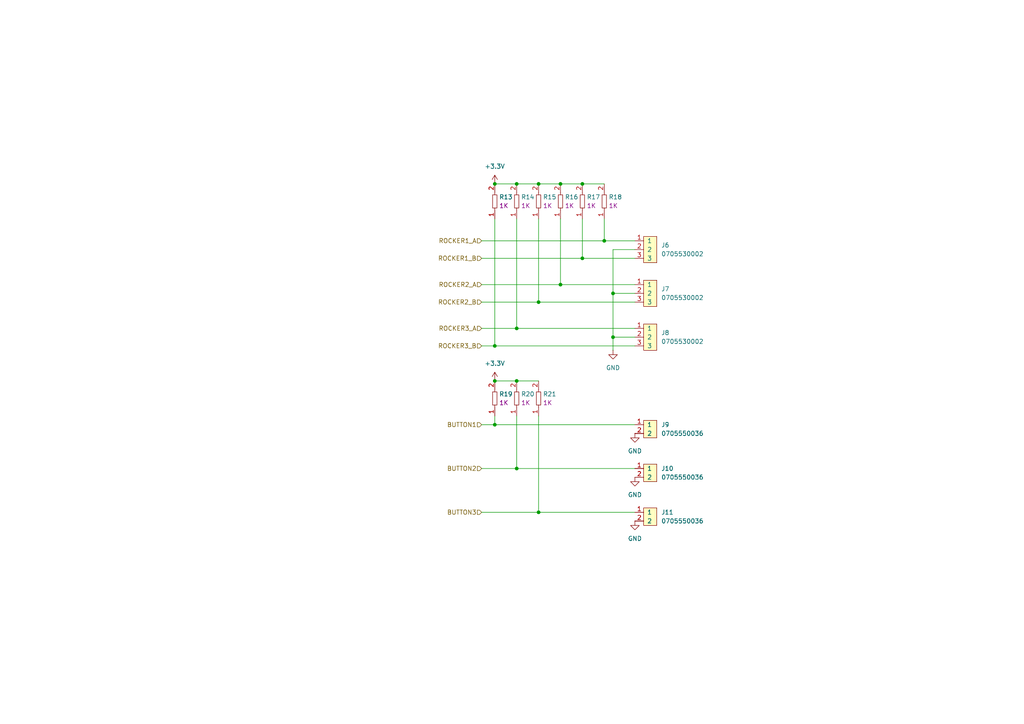
<source format=kicad_sch>
(kicad_sch (version 20231120) (generator "eeschema") (generator_version "8.0")
  (paper "A4")
  (lib_symbols
    (symbol "AVR-KiCAD-Lib-Connectors:0705530002" (pin_names (offset 1.016))
      (property "Reference" "J" (at 0.508 2.286 0))
      (property "Value" "0705530002" (at 6.096 -7.62 0))
      (symbol "0705530002_1_1"
        (rectangle (start 0 1.27) (end 3.81 -6.35) (fill (type background)))
        (pin passive line (at -2.54 0 0) (length 2.54) (name "1") (number "1"))
        (pin passive line (at -2.54 -2.54 0) (length 2.54) (name "2") (number "2"))
        (pin passive line (at -2.54 -5.08 0) (length 2.54) (name "3") (number "3"))
      )
    )
    (symbol "AVR-KiCAD-Lib-Connectors:0705550036" (pin_names (offset 1.016))
      (property "Reference" "J" (at 0.508 2.286 0))
      (property "Value" "0705550036" (at 5.842 -5.08 0))
      (symbol "0705550036_1_1"
        (rectangle (start 0 1.27) (end 3.81 -3.81) (fill (type background)))
        (pin passive line (at -2.54 0 0) (length 2.54) (name "1") (number "1"))
        (pin passive line (at -2.54 -2.54 0) (length 2.54) (name "2") (number "2"))
      )
    )
    (symbol "AVR-KiCAD-Lib-Resistors:RC0402FR-071KL" (pin_names (offset 1.016))
      (property "Reference" "R" (at -2.54 2.54 0))
      (property "Value" "RC0402FR-071KL" (at 1.27 5.08 0))
      (property "_Value_" "1K" (at 58.42 63.5 0))
      (symbol "RC0402FR-071KL_0_1"
        (rectangle (start -1.905 0.635) (end 1.905 -0.635))
        (polyline (pts (xy -2.54 0) (xy -1.905 0)))
        (polyline (pts (xy -1.905 0) (xy -1.905 0)))
        (polyline (pts (xy 1.905 0) (xy 1.905 0)))
        (polyline (pts (xy 2.54 0) (xy 1.905 0)))
      )
      (symbol "RC0402FR-071KL_1_1"
        (pin passive line (at -5.08 0 0) (length 2.5146) (name "~") (number "1"))
        (pin passive line (at 5.08 0 180) (length 2.5146) (name "~") (number "2"))
      )
    )
    (symbol "power:+3.3V" (power) (pin_numbers hide) (pin_names (offset 0) hide)
      (property "Value" "+3.3V" (at 0 3.556 0))
      (symbol "+3.3V_0_1"
        (polyline (pts (xy -0.762 1.27) (xy 0 2.54)))
        (polyline (pts (xy 0 0) (xy 0 2.54)))
        (polyline (pts (xy 0 2.54) (xy 0.762 1.27)))
      )
      (symbol "+3.3V_1_1"
        (pin power_in line (at 0 0 90) (length 0) (name "~") (number "1"))
      )
    )
    (symbol "power:GND" (power) (pin_numbers hide) (pin_names (offset 0) hide)
      (property "Value" "GND" (at 0 -3.81 0))
      (symbol "GND_0_1"
        (polyline (pts (xy 0 0) (xy 0 -1.27) (xy 1.27 -1.27) (xy 0 -2.54) (xy -1.27 -1.27) (xy 0 -1.27)))
      )
      (symbol "GND_1_1"
        (pin power_in line (at 0 0 270) (length 0) (name "~") (number "1"))
      )
    )
  )
  (junction (at 168.91 74.93))
  (junction (at 162.56 82.55))
  (junction (at 177.8 85.09))
  (junction (at 156.21 87.63))
  (junction (at 149.86 53.34))
  (junction (at 149.86 110.49))
  (junction (at 143.51 100.33))
  (junction (at 156.21 53.34))
  (junction (at 156.21 148.59))
  (junction (at 143.51 53.34))
  (junction (at 143.51 123.19))
  (junction (at 177.8 97.79))
  (junction (at 149.86 95.25))
  (junction (at 149.86 135.89))
  (junction (at 143.51 110.49))
  (junction (at 162.56 53.34))
  (junction (at 168.91 53.34))
  (junction (at 175.26 69.85))
  (wire (pts (xy 139.7 87.63) (xy 156.21 87.63)))
  (wire (pts (xy 143.51 120.65) (xy 143.51 123.19)))
  (wire (pts (xy 139.7 82.55) (xy 162.56 82.55)))
  (wire (pts (xy 177.8 85.09) (xy 184.15 85.09)))
  (wire (pts (xy 162.56 82.55) (xy 184.15 82.55)))
  (wire (pts (xy 175.26 63.5) (xy 175.26 69.85)))
  (wire (pts (xy 139.7 123.19) (xy 143.51 123.19)))
  (wire (pts (xy 177.8 97.79) (xy 177.8 101.6)))
  (wire (pts (xy 156.21 87.63) (xy 184.15 87.63)))
  (wire (pts (xy 143.51 123.19) (xy 184.15 123.19)))
  (wire (pts (xy 139.7 100.33) (xy 143.51 100.33)))
  (wire (pts (xy 149.86 135.89) (xy 184.15 135.89)))
  (wire (pts (xy 139.7 148.59) (xy 156.21 148.59)))
  (wire (pts (xy 139.7 95.25) (xy 149.86 95.25)))
  (wire (pts (xy 162.56 53.34) (xy 168.91 53.34)))
  (wire (pts (xy 168.91 63.5) (xy 168.91 74.93)))
  (wire (pts (xy 156.21 53.34) (xy 162.56 53.34)))
  (wire (pts (xy 168.91 74.93) (xy 184.15 74.93)))
  (wire (pts (xy 177.8 85.09) (xy 177.8 97.79)))
  (wire (pts (xy 143.51 100.33) (xy 184.15 100.33)))
  (wire (pts (xy 149.86 95.25) (xy 184.15 95.25)))
  (wire (pts (xy 162.56 63.5) (xy 162.56 82.55)))
  (wire (pts (xy 149.86 110.49) (xy 156.21 110.49)))
  (wire (pts (xy 143.51 53.34) (xy 149.86 53.34)))
  (wire (pts (xy 149.86 53.34) (xy 156.21 53.34)))
  (wire (pts (xy 139.7 74.93) (xy 168.91 74.93)))
  (wire (pts (xy 143.51 110.49) (xy 149.86 110.49)))
  (wire (pts (xy 156.21 120.65) (xy 156.21 148.59)))
  (wire (pts (xy 156.21 148.59) (xy 184.15 148.59)))
  (wire (pts (xy 175.26 69.85) (xy 184.15 69.85)))
  (wire (pts (xy 139.7 135.89) (xy 149.86 135.89)))
  (wire (pts (xy 168.91 53.34) (xy 175.26 53.34)))
  (wire (pts (xy 143.51 63.5) (xy 143.51 100.33)))
  (wire (pts (xy 149.86 120.65) (xy 149.86 135.89)))
  (wire (pts (xy 139.7 69.85) (xy 175.26 69.85)))
  (wire (pts (xy 184.15 72.39) (xy 177.8 72.39)))
  (wire (pts (xy 149.86 63.5) (xy 149.86 95.25)))
  (wire (pts (xy 177.8 97.79) (xy 184.15 97.79)))
  (wire (pts (xy 177.8 72.39) (xy 177.8 85.09)))
  (wire (pts (xy 156.21 63.5) (xy 156.21 87.63)))
  (hierarchical_label "ROCKER3_A" (shape input) (at 139.7 95.25 180))
  (hierarchical_label "BUTTON1" (shape input) (at 139.7 123.19 180))
  (hierarchical_label "BUTTON2" (shape input) (at 139.7 135.89 180))
  (hierarchical_label "ROCKER3_B" (shape input) (at 139.7 100.33 180))
  (hierarchical_label "ROCKER2_A" (shape input) (at 139.7 82.55 180))
  (hierarchical_label "ROCKER1_B" (shape input) (at 139.7 74.93 180))
  (hierarchical_label "BUTTON3" (shape input) (at 139.7 148.59 180))
  (hierarchical_label "ROCKER2_B" (shape input) (at 139.7 87.63 180))
  (hierarchical_label "ROCKER1_A" (shape input) (at 139.7 69.85 180))
  (symbol (lib_id "AVR-KiCAD-Lib-Connectors:0705550036") (at 186.69 123.19 0) (unit 1)
    (property "Reference" "J9" (at 191.77 123.1899 0) (effects (justify left)))
    (property "Value" "0705550036" (at 191.77 125.7299 0) (effects (justify left)))
    (property "Datasheet" "https://www.molex.com/content/dam/molex/molex-dot-com/products/automated/en-us/salesdrawingpdf/705/70555/705550001_sd.pdf?inline" (effects (hide yes)))
    (property "Description" "Connector Header Through Hole, Right Angle 2 position 0.100\" (2.54mm)" (effects (hide yes)))
    (property "Cost QTY: 1" "0.96000" (effects (hide yes)))
    (property "Cost QTY: 1000" "*" (effects (hide yes)))
    (property "Cost QTY: 2500" "*" (effects (hide yes)))
    (property "Cost QTY: 5000" "*" (effects (hide yes)))
    (property "Cost QTY: 10000" "*" (effects (hide yes)))
    (property "MFR" "Molex" (effects (hide yes)))
    (property "MFR#" "0705550036" (effects (hide yes)))
    (property "Vendor" "Digikey" (effects (hide yes)))
    (property "Vendor #" "WM4175-ND" (effects (hide yes)))
    (property "Designer" "Adam Vadala-Roth" (effects (hide yes)))
    (property "Height" "5.45mm" (effects (hide yes)))
    (property "Date Created" "7/14/2024" (effects (hide yes)))
    (property "Date Modified" "7/14/2024" (effects (hide yes)))
    (property "Lead-Free ?" "Yes" (effects (hide yes)))
    (property "RoHS Levels" "1" (effects (hide yes)))
    (property "Mounting" "ThroughHole" (effects (hide yes)))
    (property "Pin Count #" "2" (effects (hide yes)))
    (property "Status" "Active" (effects (hide yes)))
    (property "Tolerance" "*" (effects (hide yes)))
    (property "Type" "Connector" (effects (hide yes)))
    (property "Voltage" "*" (effects (hide yes)))
    (property "Package" "*" (effects (hide yes)))
    (property "_Value_" "0705550036" (effects (hide yes)))
    (property "Management_ID" "*" (effects (hide yes)))
  )
  (symbol (lib_id "power:+3.3V") (at 143.51 110.49 0) (unit 1)
    (property "Reference" "#PWR042" (effects (hide yes)))
    (property "Value" "+3.3V" (at 143.51 105.41 0))
    (property "Description" "Power symbol creates a global label with name \"+3.3V\"" (effects (hide yes)))
  )
  (symbol (lib_id "AVR-KiCAD-Lib-Connectors:0705530002") (at 186.69 82.55 0) (unit 1)
    (property "Reference" "J7" (at 191.77 83.8199 0) (effects (justify left)))
    (property "Value" "0705530002" (at 191.77 86.3599 0) (effects (justify left)))
    (property "Footprint" "AVR-KiCAD-Lib-Connectors:Pin_Header_Angled_1x03_Pitch2.54mm" (effects (hide yes)))
    (property "Datasheet" "https://www.molex.com/content/dam/molex/molex-dot-com/products/automated/en-us/salesdrawingpdf/705/70553/705530002_sd.pdf?inline" (effects (hide yes)))
    (property "Description" "Connector Header Through Hole, Right Angle 3 position 0.100\" (2.54mm)" (effects (hide yes)))
    (property "Cost QTY: 1" "0.87000" (effects (hide yes)))
    (property "Cost QTY: 1000" "*" (effects (hide yes)))
    (property "Cost QTY: 2500" "*" (effects (hide yes)))
    (property "Cost QTY: 5000" "*" (effects (hide yes)))
    (property "Cost QTY: 10000" "*" (effects (hide yes)))
    (property "MFR" "Molex" (effects (hide yes)))
    (property "MFR#" "0705530002" (effects (hide yes)))
    (property "Vendor" "Digikey" (effects (hide yes)))
    (property "Vendor #" "WM4901-ND" (effects (hide yes)))
    (property "Designer" "Adam Vadala-Roth" (effects (hide yes)))
    (property "Height" "5.45mm" (effects (hide yes)))
    (property "Date Created" "7/14/2024" (effects (hide yes)))
    (property "Date Modified" "7/14/2024" (effects (hide yes)))
    (property "Lead-Free ?" "Yes" (effects (hide yes)))
    (property "RoHS Levels" "1" (effects (hide yes)))
    (property "Mounting" "ThroughHole" (effects (hide yes)))
    (property "Pin Count #" "3" (effects (hide yes)))
    (property "Status" "Active" (effects (hide yes)))
    (property "Tolerance" "*" (effects (hide yes)))
    (property "Type" "Connector" (effects (hide yes)))
    (property "Voltage" "*" (effects (hide yes)))
    (property "Package" "*" (effects (hide yes)))
    (property "_Value_" "0705530002" (effects (hide yes)))
    (property "Management_ID" "*" (effects (hide yes)))
  )
  (symbol (lib_id "power:+3.3V") (at 143.51 53.34 0) (unit 1)
    (property "Reference" "#PWR041" (effects (hide yes)))
    (property "Value" "+3.3V" (at 143.51 48.26 0))
    (property "Description" "Power symbol creates a global label with name \"+3.3V\"" (effects (hide yes)))
  )
  (symbol (lib_id "power:GND") (at 177.8 101.6 0) (unit 1)
    (property "Reference" "#PWR040" (effects (hide yes)))
    (property "Value" "GND" (at 177.8 106.68 0))
    (property "Description" "Power symbol creates a global label with name \"GND\" , ground" (effects (hide yes)))
  )
  (symbol (lib_id "AVR-KiCAD-Lib-Resistors:RC0402FR-071KL") (at 156.21 115.57 90) (unit 1)
    (property "Reference" "R21" (at 157.48 114.2999 90) (effects (justify right)))
    (property "Value" "RC0402FR-071KL" (effects (hide yes)))
    (property "Footprint" "AVR-KiCAD-Lib-Resistors:R0402" (effects (hide yes)))
    (property "Datasheet" "https://www.yageo.com/upload/media/product/productsearch/datasheet/rchip/PYu-RC_Group_51_RoHS_L_10.pdf" (effects (hide yes)))
    (property "Description" "1 kOhms ±1% 0.063W, 1/16W Chip Resistor 0402 (1005 Metric) Moisture Resistant Thick Film" (effects (hide yes)))
    (property "Cost QTY: 1" "0.10000" (effects (hide yes)))
    (property "Cost QTY: 1000" "0.00289" (effects (hide yes)))
    (property "Cost QTY: 2500" "0.00251" (effects (hide yes)))
    (property "Cost QTY: 5000" "0.00207" (effects (hide yes)))
    (property "Cost QTY: 10000" "0.00163" (effects (hide yes)))
    (property "MFR" "Yageo" (effects (hide yes)))
    (property "MFR#" "RC0402FR-071KL" (effects (hide yes)))
    (property "Vendor" "Digikey" (effects (hide yes)))
    (property "Vendor #" "311-1.00KLRTR-ND" (effects (hide yes)))
    (property "Designer" "AVR" (effects (hide yes)))
    (property "Height" "0.4mm" (effects (hide yes)))
    (property "Date Created" "12/11/2019" (effects (hide yes)))
    (property "Date Modified" "12/11/2019" (effects (hide yes)))
    (property "Lead-Free ?" "Yes" (effects (hide yes)))
    (property "RoHS Levels" "1" (effects (hide yes)))
    (property "Mounting" "SMT" (effects (hide yes)))
    (property "Pin Count #" "2" (effects (hide yes)))
    (property "Status" "Active" (effects (hide yes)))
    (property "Tolerance" "1%" (effects (hide yes)))
    (property "Type" "Thick Film Resistor" (effects (hide yes)))
    (property "Voltage" "*" (effects (hide yes)))
    (property "Package" "0402" (effects (hide yes)))
    (property "_Value_" "1K" (at 157.48 116.8399 90) (effects (justify right)))
    (property "Management_ID" "*" (effects (hide yes)))
  )
  (symbol (lib_id "power:GND") (at 184.15 138.43 0) (unit 1)
    (property "Reference" "#PWR038" (effects (hide yes)))
    (property "Value" "GND" (at 184.15 143.51 0))
    (property "Description" "Power symbol creates a global label with name \"GND\" , ground" (effects (hide yes)))
  )
  (symbol (lib_id "power:GND") (at 184.15 151.13 0) (unit 1)
    (property "Reference" "#PWR039" (effects (hide yes)))
    (property "Value" "GND" (at 184.15 156.21 0))
    (property "Description" "Power symbol creates a global label with name \"GND\" , ground" (effects (hide yes)))
  )
  (symbol (lib_id "AVR-KiCAD-Lib-Resistors:RC0402FR-071KL") (at 156.21 58.42 90) (unit 1)
    (property "Reference" "R15" (at 157.48 57.1499 90) (effects (justify right)))
    (property "Value" "RC0402FR-071KL" (effects (hide yes)))
    (property "Footprint" "AVR-KiCAD-Lib-Resistors:R0402" (effects (hide yes)))
    (property "Datasheet" "https://www.yageo.com/upload/media/product/productsearch/datasheet/rchip/PYu-RC_Group_51_RoHS_L_10.pdf" (effects (hide yes)))
    (property "Description" "1 kOhms ±1% 0.063W, 1/16W Chip Resistor 0402 (1005 Metric) Moisture Resistant Thick Film" (effects (hide yes)))
    (property "Cost QTY: 1" "0.10000" (effects (hide yes)))
    (property "Cost QTY: 1000" "0.00289" (effects (hide yes)))
    (property "Cost QTY: 2500" "0.00251" (effects (hide yes)))
    (property "Cost QTY: 5000" "0.00207" (effects (hide yes)))
    (property "Cost QTY: 10000" "0.00163" (effects (hide yes)))
    (property "MFR" "Yageo" (effects (hide yes)))
    (property "MFR#" "RC0402FR-071KL" (effects (hide yes)))
    (property "Vendor" "Digikey" (effects (hide yes)))
    (property "Vendor #" "311-1.00KLRTR-ND" (effects (hide yes)))
    (property "Designer" "AVR" (effects (hide yes)))
    (property "Height" "0.4mm" (effects (hide yes)))
    (property "Date Created" "12/11/2019" (effects (hide yes)))
    (property "Date Modified" "12/11/2019" (effects (hide yes)))
    (property "Lead-Free ?" "Yes" (effects (hide yes)))
    (property "RoHS Levels" "1" (effects (hide yes)))
    (property "Mounting" "SMT" (effects (hide yes)))
    (property "Pin Count #" "2" (effects (hide yes)))
    (property "Status" "Active" (effects (hide yes)))
    (property "Tolerance" "1%" (effects (hide yes)))
    (property "Type" "Thick Film Resistor" (effects (hide yes)))
    (property "Voltage" "*" (effects (hide yes)))
    (property "Package" "0402" (effects (hide yes)))
    (property "_Value_" "1K" (at 157.48 59.6899 90) (effects (justify right)))
    (property "Management_ID" "*" (effects (hide yes)))
  )
  (symbol (lib_id "AVR-KiCAD-Lib-Connectors:0705550036") (at 186.69 135.89 0) (unit 1)
    (property "Reference" "J10" (at 191.77 135.8899 0) (effects (justify left)))
    (property "Value" "0705550036" (at 191.77 138.4299 0) (effects (justify left)))
    (property "Datasheet" "https://www.molex.com/content/dam/molex/molex-dot-com/products/automated/en-us/salesdrawingpdf/705/70555/705550001_sd.pdf?inline" (effects (hide yes)))
    (property "Description" "Connector Header Through Hole, Right Angle 2 position 0.100\" (2.54mm)" (effects (hide yes)))
    (property "Cost QTY: 1" "0.96000" (effects (hide yes)))
    (property "Cost QTY: 1000" "*" (effects (hide yes)))
    (property "Cost QTY: 2500" "*" (effects (hide yes)))
    (property "Cost QTY: 5000" "*" (effects (hide yes)))
    (property "Cost QTY: 10000" "*" (effects (hide yes)))
    (property "MFR" "Molex" (effects (hide yes)))
    (property "MFR#" "0705550036" (effects (hide yes)))
    (property "Vendor" "Digikey" (effects (hide yes)))
    (property "Vendor #" "WM4175-ND" (effects (hide yes)))
    (property "Designer" "Adam Vadala-Roth" (effects (hide yes)))
    (property "Height" "5.45mm" (effects (hide yes)))
    (property "Date Created" "7/14/2024" (effects (hide yes)))
    (property "Date Modified" "7/14/2024" (effects (hide yes)))
    (property "Lead-Free ?" "Yes" (effects (hide yes)))
    (property "RoHS Levels" "1" (effects (hide yes)))
    (property "Mounting" "ThroughHole" (effects (hide yes)))
    (property "Pin Count #" "2" (effects (hide yes)))
    (property "Status" "Active" (effects (hide yes)))
    (property "Tolerance" "*" (effects (hide yes)))
    (property "Type" "Connector" (effects (hide yes)))
    (property "Voltage" "*" (effects (hide yes)))
    (property "Package" "*" (effects (hide yes)))
    (property "_Value_" "0705550036" (effects (hide yes)))
    (property "Management_ID" "*" (effects (hide yes)))
  )
  (symbol (lib_id "AVR-KiCAD-Lib-Connectors:0705530002") (at 186.69 95.25 0) (unit 1)
    (property "Reference" "J8" (at 191.77 96.5199 0) (effects (justify left)))
    (property "Value" "0705530002" (at 191.77 99.0599 0) (effects (justify left)))
    (property "Footprint" "AVR-KiCAD-Lib-Connectors:Pin_Header_Angled_1x03_Pitch2.54mm" (effects (hide yes)))
    (property "Datasheet" "https://www.molex.com/content/dam/molex/molex-dot-com/products/automated/en-us/salesdrawingpdf/705/70553/705530002_sd.pdf?inline" (effects (hide yes)))
    (property "Description" "Connector Header Through Hole, Right Angle 3 position 0.100\" (2.54mm)" (effects (hide yes)))
    (property "Cost QTY: 1" "0.87000" (effects (hide yes)))
    (property "Cost QTY: 1000" "*" (effects (hide yes)))
    (property "Cost QTY: 2500" "*" (effects (hide yes)))
    (property "Cost QTY: 5000" "*" (effects (hide yes)))
    (property "Cost QTY: 10000" "*" (effects (hide yes)))
    (property "MFR" "Molex" (effects (hide yes)))
    (property "MFR#" "0705530002" (effects (hide yes)))
    (property "Vendor" "Digikey" (effects (hide yes)))
    (property "Vendor #" "WM4901-ND" (effects (hide yes)))
    (property "Designer" "Adam Vadala-Roth" (effects (hide yes)))
    (property "Height" "5.45mm" (effects (hide yes)))
    (property "Date Created" "7/14/2024" (effects (hide yes)))
    (property "Date Modified" "7/14/2024" (effects (hide yes)))
    (property "Lead-Free ?" "Yes" (effects (hide yes)))
    (property "RoHS Levels" "1" (effects (hide yes)))
    (property "Mounting" "ThroughHole" (effects (hide yes)))
    (property "Pin Count #" "3" (effects (hide yes)))
    (property "Status" "Active" (effects (hide yes)))
    (property "Tolerance" "*" (effects (hide yes)))
    (property "Type" "Connector" (effects (hide yes)))
    (property "Voltage" "*" (effects (hide yes)))
    (property "Package" "*" (effects (hide yes)))
    (property "_Value_" "0705530002" (effects (hide yes)))
    (property "Management_ID" "*" (effects (hide yes)))
  )
  (symbol (lib_id "AVR-KiCAD-Lib-Resistors:RC0402FR-071KL") (at 149.86 115.57 90) (unit 1)
    (property "Reference" "R20" (at 151.13 114.2999 90) (effects (justify right)))
    (property "Value" "RC0402FR-071KL" (effects (hide yes)))
    (property "Footprint" "AVR-KiCAD-Lib-Resistors:R0402" (effects (hide yes)))
    (property "Datasheet" "https://www.yageo.com/upload/media/product/productsearch/datasheet/rchip/PYu-RC_Group_51_RoHS_L_10.pdf" (effects (hide yes)))
    (property "Description" "1 kOhms ±1% 0.063W, 1/16W Chip Resistor 0402 (1005 Metric) Moisture Resistant Thick Film" (effects (hide yes)))
    (property "Cost QTY: 1" "0.10000" (effects (hide yes)))
    (property "Cost QTY: 1000" "0.00289" (effects (hide yes)))
    (property "Cost QTY: 2500" "0.00251" (effects (hide yes)))
    (property "Cost QTY: 5000" "0.00207" (effects (hide yes)))
    (property "Cost QTY: 10000" "0.00163" (effects (hide yes)))
    (property "MFR" "Yageo" (effects (hide yes)))
    (property "MFR#" "RC0402FR-071KL" (effects (hide yes)))
    (property "Vendor" "Digikey" (effects (hide yes)))
    (property "Vendor #" "311-1.00KLRTR-ND" (effects (hide yes)))
    (property "Designer" "AVR" (effects (hide yes)))
    (property "Height" "0.4mm" (effects (hide yes)))
    (property "Date Created" "12/11/2019" (effects (hide yes)))
    (property "Date Modified" "12/11/2019" (effects (hide yes)))
    (property "Lead-Free ?" "Yes" (effects (hide yes)))
    (property "RoHS Levels" "1" (effects (hide yes)))
    (property "Mounting" "SMT" (effects (hide yes)))
    (property "Pin Count #" "2" (effects (hide yes)))
    (property "Status" "Active" (effects (hide yes)))
    (property "Tolerance" "1%" (effects (hide yes)))
    (property "Type" "Thick Film Resistor" (effects (hide yes)))
    (property "Voltage" "*" (effects (hide yes)))
    (property "Package" "0402" (effects (hide yes)))
    (property "_Value_" "1K" (at 151.13 116.8399 90) (effects (justify right)))
    (property "Management_ID" "*" (effects (hide yes)))
  )
  (symbol (lib_id "AVR-KiCAD-Lib-Resistors:RC0402FR-071KL") (at 168.91 58.42 90) (unit 1)
    (property "Reference" "R17" (at 170.18 57.1499 90) (effects (justify right)))
    (property "Value" "RC0402FR-071KL" (effects (hide yes)))
    (property "Footprint" "AVR-KiCAD-Lib-Resistors:R0402" (effects (hide yes)))
    (property "Datasheet" "https://www.yageo.com/upload/media/product/productsearch/datasheet/rchip/PYu-RC_Group_51_RoHS_L_10.pdf" (effects (hide yes)))
    (property "Description" "1 kOhms ±1% 0.063W, 1/16W Chip Resistor 0402 (1005 Metric) Moisture Resistant Thick Film" (effects (hide yes)))
    (property "Cost QTY: 1" "0.10000" (effects (hide yes)))
    (property "Cost QTY: 1000" "0.00289" (effects (hide yes)))
    (property "Cost QTY: 2500" "0.00251" (effects (hide yes)))
    (property "Cost QTY: 5000" "0.00207" (effects (hide yes)))
    (property "Cost QTY: 10000" "0.00163" (effects (hide yes)))
    (property "MFR" "Yageo" (effects (hide yes)))
    (property "MFR#" "RC0402FR-071KL" (effects (hide yes)))
    (property "Vendor" "Digikey" (effects (hide yes)))
    (property "Vendor #" "311-1.00KLRTR-ND" (effects (hide yes)))
    (property "Designer" "AVR" (effects (hide yes)))
    (property "Height" "0.4mm" (effects (hide yes)))
    (property "Date Created" "12/11/2019" (effects (hide yes)))
    (property "Date Modified" "12/11/2019" (effects (hide yes)))
    (property "Lead-Free ?" "Yes" (effects (hide yes)))
    (property "RoHS Levels" "1" (effects (hide yes)))
    (property "Mounting" "SMT" (effects (hide yes)))
    (property "Pin Count #" "2" (effects (hide yes)))
    (property "Status" "Active" (effects (hide yes)))
    (property "Tolerance" "1%" (effects (hide yes)))
    (property "Type" "Thick Film Resistor" (effects (hide yes)))
    (property "Voltage" "*" (effects (hide yes)))
    (property "Package" "0402" (effects (hide yes)))
    (property "_Value_" "1K" (at 170.18 59.6899 90) (effects (justify right)))
    (property "Management_ID" "*" (effects (hide yes)))
  )
  (symbol (lib_id "AVR-KiCAD-Lib-Resistors:RC0402FR-071KL") (at 162.56 58.42 90) (unit 1)
    (property "Reference" "R16" (at 163.83 57.1499 90) (effects (justify right)))
    (property "Value" "RC0402FR-071KL" (effects (hide yes)))
    (property "Footprint" "AVR-KiCAD-Lib-Resistors:R0402" (effects (hide yes)))
    (property "Datasheet" "https://www.yageo.com/upload/media/product/productsearch/datasheet/rchip/PYu-RC_Group_51_RoHS_L_10.pdf" (effects (hide yes)))
    (property "Description" "1 kOhms ±1% 0.063W, 1/16W Chip Resistor 0402 (1005 Metric) Moisture Resistant Thick Film" (effects (hide yes)))
    (property "Cost QTY: 1" "0.10000" (effects (hide yes)))
    (property "Cost QTY: 1000" "0.00289" (effects (hide yes)))
    (property "Cost QTY: 2500" "0.00251" (effects (hide yes)))
    (property "Cost QTY: 5000" "0.00207" (effects (hide yes)))
    (property "Cost QTY: 10000" "0.00163" (effects (hide yes)))
    (property "MFR" "Yageo" (effects (hide yes)))
    (property "MFR#" "RC0402FR-071KL" (effects (hide yes)))
    (property "Vendor" "Digikey" (effects (hide yes)))
    (property "Vendor #" "311-1.00KLRTR-ND" (effects (hide yes)))
    (property "Designer" "AVR" (effects (hide yes)))
    (property "Height" "0.4mm" (effects (hide yes)))
    (property "Date Created" "12/11/2019" (effects (hide yes)))
    (property "Date Modified" "12/11/2019" (effects (hide yes)))
    (property "Lead-Free ?" "Yes" (effects (hide yes)))
    (property "RoHS Levels" "1" (effects (hide yes)))
    (property "Mounting" "SMT" (effects (hide yes)))
    (property "Pin Count #" "2" (effects (hide yes)))
    (property "Status" "Active" (effects (hide yes)))
    (property "Tolerance" "1%" (effects (hide yes)))
    (property "Type" "Thick Film Resistor" (effects (hide yes)))
    (property "Voltage" "*" (effects (hide yes)))
    (property "Package" "0402" (effects (hide yes)))
    (property "_Value_" "1K" (at 163.83 59.6899 90) (effects (justify right)))
    (property "Management_ID" "*" (effects (hide yes)))
  )
  (symbol (lib_id "AVR-KiCAD-Lib-Resistors:RC0402FR-071KL") (at 175.26 58.42 90) (unit 1)
    (property "Reference" "R18" (at 176.53 57.1499 90) (effects (justify right)))
    (property "Value" "RC0402FR-071KL" (effects (hide yes)))
    (property "Footprint" "AVR-KiCAD-Lib-Resistors:R0402" (effects (hide yes)))
    (property "Datasheet" "https://www.yageo.com/upload/media/product/productsearch/datasheet/rchip/PYu-RC_Group_51_RoHS_L_10.pdf" (effects (hide yes)))
    (property "Description" "1 kOhms ±1% 0.063W, 1/16W Chip Resistor 0402 (1005 Metric) Moisture Resistant Thick Film" (effects (hide yes)))
    (property "Cost QTY: 1" "0.10000" (effects (hide yes)))
    (property "Cost QTY: 1000" "0.00289" (effects (hide yes)))
    (property "Cost QTY: 2500" "0.00251" (effects (hide yes)))
    (property "Cost QTY: 5000" "0.00207" (effects (hide yes)))
    (property "Cost QTY: 10000" "0.00163" (effects (hide yes)))
    (property "MFR" "Yageo" (effects (hide yes)))
    (property "MFR#" "RC0402FR-071KL" (effects (hide yes)))
    (property "Vendor" "Digikey" (effects (hide yes)))
    (property "Vendor #" "311-1.00KLRTR-ND" (effects (hide yes)))
    (property "Designer" "AVR" (effects (hide yes)))
    (property "Height" "0.4mm" (effects (hide yes)))
    (property "Date Created" "12/11/2019" (effects (hide yes)))
    (property "Date Modified" "12/11/2019" (effects (hide yes)))
    (property "Lead-Free ?" "Yes" (effects (hide yes)))
    (property "RoHS Levels" "1" (effects (hide yes)))
    (property "Mounting" "SMT" (effects (hide yes)))
    (property "Pin Count #" "2" (effects (hide yes)))
    (property "Status" "Active" (effects (hide yes)))
    (property "Tolerance" "1%" (effects (hide yes)))
    (property "Type" "Thick Film Resistor" (effects (hide yes)))
    (property "Voltage" "*" (effects (hide yes)))
    (property "Package" "0402" (effects (hide yes)))
    (property "_Value_" "1K" (at 176.53 59.6899 90) (effects (justify right)))
    (property "Management_ID" "*" (effects (hide yes)))
  )
  (symbol (lib_id "AVR-KiCAD-Lib-Connectors:0705550036") (at 186.69 148.59 0) (unit 1)
    (property "Reference" "J11" (at 191.77 148.5899 0) (effects (justify left)))
    (property "Value" "0705550036" (at 191.77 151.1299 0) (effects (justify left)))
    (property "Datasheet" "https://www.molex.com/content/dam/molex/molex-dot-com/products/automated/en-us/salesdrawingpdf/705/70555/705550001_sd.pdf?inline" (effects (hide yes)))
    (property "Description" "Connector Header Through Hole, Right Angle 2 position 0.100\" (2.54mm)" (effects (hide yes)))
    (property "Cost QTY: 1" "0.96000" (effects (hide yes)))
    (property "Cost QTY: 1000" "*" (effects (hide yes)))
    (property "Cost QTY: 2500" "*" (effects (hide yes)))
    (property "Cost QTY: 5000" "*" (effects (hide yes)))
    (property "Cost QTY: 10000" "*" (effects (hide yes)))
    (property "MFR" "Molex" (effects (hide yes)))
    (property "MFR#" "0705550036" (effects (hide yes)))
    (property "Vendor" "Digikey" (effects (hide yes)))
    (property "Vendor #" "WM4175-ND" (effects (hide yes)))
    (property "Designer" "Adam Vadala-Roth" (effects (hide yes)))
    (property "Height" "5.45mm" (effects (hide yes)))
    (property "Date Created" "7/14/2024" (effects (hide yes)))
    (property "Date Modified" "7/14/2024" (effects (hide yes)))
    (property "Lead-Free ?" "Yes" (effects (hide yes)))
    (property "RoHS Levels" "1" (effects (hide yes)))
    (property "Mounting" "ThroughHole" (effects (hide yes)))
    (property "Pin Count #" "2" (effects (hide yes)))
    (property "Status" "Active" (effects (hide yes)))
    (property "Tolerance" "*" (effects (hide yes)))
    (property "Type" "Connector" (effects (hide yes)))
    (property "Voltage" "*" (effects (hide yes)))
    (property "Package" "*" (effects (hide yes)))
    (property "_Value_" "0705550036" (effects (hide yes)))
    (property "Management_ID" "*" (effects (hide yes)))
  )
  (symbol (lib_id "AVR-KiCAD-Lib-Connectors:0705530002") (at 186.69 69.85 0) (unit 1)
    (property "Reference" "J6" (at 191.77 71.1199 0) (effects (justify left)))
    (property "Value" "0705530002" (at 191.77 73.6599 0) (effects (justify left)))
    (property "Footprint" "AVR-KiCAD-Lib-Connectors:Pin_Header_Angled_1x03_Pitch2.54mm" (effects (hide yes)))
    (property "Datasheet" "https://www.molex.com/content/dam/molex/molex-dot-com/products/automated/en-us/salesdrawingpdf/705/70553/705530002_sd.pdf?inline" (effects (hide yes)))
    (property "Description" "Connector Header Through Hole, Right Angle 3 position 0.100\" (2.54mm)" (effects (hide yes)))
    (property "Cost QTY: 1" "0.87000" (effects (hide yes)))
    (property "Cost QTY: 1000" "*" (effects (hide yes)))
    (property "Cost QTY: 2500" "*" (effects (hide yes)))
    (property "Cost QTY: 5000" "*" (effects (hide yes)))
    (property "Cost QTY: 10000" "*" (effects (hide yes)))
    (property "MFR" "Molex" (effects (hide yes)))
    (property "MFR#" "0705530002" (effects (hide yes)))
    (property "Vendor" "Digikey" (effects (hide yes)))
    (property "Vendor #" "WM4901-ND" (effects (hide yes)))
    (property "Designer" "Adam Vadala-Roth" (effects (hide yes)))
    (property "Height" "5.45mm" (effects (hide yes)))
    (property "Date Created" "7/14/2024" (effects (hide yes)))
    (property "Date Modified" "7/14/2024" (effects (hide yes)))
    (property "Lead-Free ?" "Yes" (effects (hide yes)))
    (property "RoHS Levels" "1" (effects (hide yes)))
    (property "Mounting" "ThroughHole" (effects (hide yes)))
    (property "Pin Count #" "3" (effects (hide yes)))
    (property "Status" "Active" (effects (hide yes)))
    (property "Tolerance" "*" (effects (hide yes)))
    (property "Type" "Connector" (effects (hide yes)))
    (property "Voltage" "*" (effects (hide yes)))
    (property "Package" "*" (effects (hide yes)))
    (property "_Value_" "0705530002" (effects (hide yes)))
    (property "Management_ID" "*" (effects (hide yes)))
  )
  (symbol (lib_id "AVR-KiCAD-Lib-Resistors:RC0402FR-071KL") (at 149.86 58.42 90) (unit 1)
    (property "Reference" "R14" (at 151.13 57.1499 90) (effects (justify right)))
    (property "Value" "RC0402FR-071KL" (effects (hide yes)))
    (property "Footprint" "AVR-KiCAD-Lib-Resistors:R0402" (effects (hide yes)))
    (property "Datasheet" "https://www.yageo.com/upload/media/product/productsearch/datasheet/rchip/PYu-RC_Group_51_RoHS_L_10.pdf" (effects (hide yes)))
    (property "Description" "1 kOhms ±1% 0.063W, 1/16W Chip Resistor 0402 (1005 Metric) Moisture Resistant Thick Film" (effects (hide yes)))
    (property "Cost QTY: 1" "0.10000" (effects (hide yes)))
    (property "Cost QTY: 1000" "0.00289" (effects (hide yes)))
    (property "Cost QTY: 2500" "0.00251" (effects (hide yes)))
    (property "Cost QTY: 5000" "0.00207" (effects (hide yes)))
    (property "Cost QTY: 10000" "0.00163" (effects (hide yes)))
    (property "MFR" "Yageo" (effects (hide yes)))
    (property "MFR#" "RC0402FR-071KL" (effects (hide yes)))
    (property "Vendor" "Digikey" (effects (hide yes)))
    (property "Vendor #" "311-1.00KLRTR-ND" (effects (hide yes)))
    (property "Designer" "AVR" (effects (hide yes)))
    (property "Height" "0.4mm" (effects (hide yes)))
    (property "Date Created" "12/11/2019" (effects (hide yes)))
    (property "Date Modified" "12/11/2019" (effects (hide yes)))
    (property "Lead-Free ?" "Yes" (effects (hide yes)))
    (property "RoHS Levels" "1" (effects (hide yes)))
    (property "Mounting" "SMT" (effects (hide yes)))
    (property "Pin Count #" "2" (effects (hide yes)))
    (property "Status" "Active" (effects (hide yes)))
    (property "Tolerance" "1%" (effects (hide yes)))
    (property "Type" "Thick Film Resistor" (effects (hide yes)))
    (property "Voltage" "*" (effects (hide yes)))
    (property "Package" "0402" (effects (hide yes)))
    (property "_Value_" "1K" (at 151.13 59.6899 90) (effects (justify right)))
    (property "Management_ID" "*" (effects (hide yes)))
  )
  (symbol (lib_id "AVR-KiCAD-Lib-Resistors:RC0402FR-071KL") (at 143.51 115.57 90) (unit 1)
    (property "Reference" "R19" (at 144.78 114.2999 90) (effects (justify right)))
    (property "Value" "RC0402FR-071KL" (effects (hide yes)))
    (property "Footprint" "AVR-KiCAD-Lib-Resistors:R0402" (effects (hide yes)))
    (property "Datasheet" "https://www.yageo.com/upload/media/product/productsearch/datasheet/rchip/PYu-RC_Group_51_RoHS_L_10.pdf" (effects (hide yes)))
    (property "Description" "1 kOhms ±1% 0.063W, 1/16W Chip Resistor 0402 (1005 Metric) Moisture Resistant Thick Film" (effects (hide yes)))
    (property "Cost QTY: 1" "0.10000" (effects (hide yes)))
    (property "Cost QTY: 1000" "0.00289" (effects (hide yes)))
    (property "Cost QTY: 2500" "0.00251" (effects (hide yes)))
    (property "Cost QTY: 5000" "0.00207" (effects (hide yes)))
    (property "Cost QTY: 10000" "0.00163" (effects (hide yes)))
    (property "MFR" "Yageo" (effects (hide yes)))
    (property "MFR#" "RC0402FR-071KL" (effects (hide yes)))
    (property "Vendor" "Digikey" (effects (hide yes)))
    (property "Vendor #" "311-1.00KLRTR-ND" (effects (hide yes)))
    (property "Designer" "AVR" (effects (hide yes)))
    (property "Height" "0.4mm" (effects (hide yes)))
    (property "Date Created" "12/11/2019" (effects (hide yes)))
    (property "Date Modified" "12/11/2019" (effects (hide yes)))
    (property "Lead-Free ?" "Yes" (effects (hide yes)))
    (property "RoHS Levels" "1" (effects (hide yes)))
    (property "Mounting" "SMT" (effects (hide yes)))
    (property "Pin Count #" "2" (effects (hide yes)))
    (property "Status" "Active" (effects (hide yes)))
    (property "Tolerance" "1%" (effects (hide yes)))
    (property "Type" "Thick Film Resistor" (effects (hide yes)))
    (property "Voltage" "*" (effects (hide yes)))
    (property "Package" "0402" (effects (hide yes)))
    (property "_Value_" "1K" (at 144.78 116.8399 90) (effects (justify right)))
    (property "Management_ID" "*" (effects (hide yes)))
  )
  (symbol (lib_id "power:GND") (at 184.15 125.73 0) (unit 1)
    (property "Reference" "#PWR037" (effects (hide yes)))
    (property "Value" "GND" (at 184.15 130.81 0))
    (property "Description" "Power symbol creates a global label with name \"GND\" , ground" (effects (hide yes)))
  )
  (symbol (lib_id "AVR-KiCAD-Lib-Resistors:RC0402FR-071KL") (at 143.51 58.42 90) (unit 1)
    (property "Reference" "R13" (at 144.78 57.1499 90) (effects (justify right)))
    (property "Value" "RC0402FR-071KL" (effects (hide yes)))
    (property "Footprint" "AVR-KiCAD-Lib-Resistors:R0402" (effects (hide yes)))
    (property "Datasheet" "https://www.yageo.com/upload/media/product/productsearch/datasheet/rchip/PYu-RC_Group_51_RoHS_L_10.pdf" (effects (hide yes)))
    (property "Description" "1 kOhms ±1% 0.063W, 1/16W Chip Resistor 0402 (1005 Metric) Moisture Resistant Thick Film" (effects (hide yes)))
    (property "Cost QTY: 1" "0.10000" (effects (hide yes)))
    (property "Cost QTY: 1000" "0.00289" (effects (hide yes)))
    (property "Cost QTY: 2500" "0.00251" (effects (hide yes)))
    (property "Cost QTY: 5000" "0.00207" (effects (hide yes)))
    (property "Cost QTY: 10000" "0.00163" (effects (hide yes)))
    (property "MFR" "Yageo" (effects (hide yes)))
    (property "MFR#" "RC0402FR-071KL" (effects (hide yes)))
    (property "Vendor" "Digikey" (effects (hide yes)))
    (property "Vendor #" "311-1.00KLRTR-ND" (effects (hide yes)))
    (property "Designer" "AVR" (effects (hide yes)))
    (property "Height" "0.4mm" (effects (hide yes)))
    (property "Date Created" "12/11/2019" (effects (hide yes)))
    (property "Date Modified" "12/11/2019" (effects (hide yes)))
    (property "Lead-Free ?" "Yes" (effects (hide yes)))
    (property "RoHS Levels" "1" (effects (hide yes)))
    (property "Mounting" "SMT" (effects (hide yes)))
    (property "Pin Count #" "2" (effects (hide yes)))
    (property "Status" "Active" (effects (hide yes)))
    (property "Tolerance" "1%" (effects (hide yes)))
    (property "Type" "Thick Film Resistor" (effects (hide yes)))
    (property "Voltage" "*" (effects (hide yes)))
    (property "Package" "0402" (effects (hide yes)))
    (property "_Value_" "1K" (at 144.78 59.6899 90) (effects (justify right)))
    (property "Management_ID" "*" (effects (hide yes)))
  )
)
</source>
